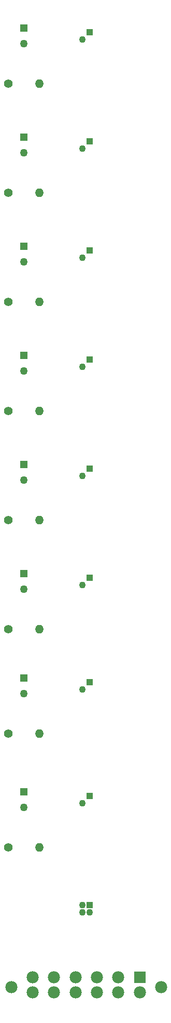
<source format=gts>
%TF.GenerationSoftware,KiCad,Pcbnew,7.0.10*%
%TF.CreationDate,2024-11-26T20:56:08-08:00*%
%TF.ProjectId,Connector_Board,436f6e6e-6563-4746-9f72-5f426f617264,rev?*%
%TF.SameCoordinates,Original*%
%TF.FileFunction,Soldermask,Top*%
%TF.FilePolarity,Negative*%
%FSLAX46Y46*%
G04 Gerber Fmt 4.6, Leading zero omitted, Abs format (unit mm)*
G04 Created by KiCad (PCBNEW 7.0.10) date 2024-11-26 20:56:08*
%MOMM*%
%LPD*%
G01*
G04 APERTURE LIST*
%ADD10R,1.100000X1.100000*%
%ADD11C,1.100000*%
%ADD12C,1.400000*%
%ADD13O,1.400000X1.400000*%
%ADD14R,1.981200X1.981200*%
%ADD15C,1.981200*%
%ADD16R,1.270000X1.270000*%
%ADD17C,1.270000*%
G04 APERTURE END LIST*
D10*
%TO.C,J6*%
X216500000Y-117624900D03*
D11*
X215300000Y-118824900D03*
%TD*%
D10*
%TO.C,J1*%
X216500000Y-28724900D03*
D11*
X215300000Y-29924900D03*
%TD*%
D10*
%TO.C,J7*%
X216500000Y-134652500D03*
D11*
X215300000Y-135852500D03*
%TD*%
D10*
%TO.C,J5*%
X216500000Y-99844900D03*
D11*
X215300000Y-101044900D03*
%TD*%
D10*
%TO.C,J2*%
X216500000Y-46504900D03*
D11*
X215300000Y-47704900D03*
%TD*%
D10*
%TO.C,J4*%
X216500000Y-82064900D03*
D11*
X215300000Y-83264900D03*
%TD*%
D10*
%TO.C,J8*%
X216500000Y-153184900D03*
D11*
X215300000Y-154384900D03*
%TD*%
D10*
%TO.C,J9*%
X216500000Y-170964900D03*
D11*
X216500000Y-172164900D03*
X215300000Y-170964900D03*
X215300000Y-172164900D03*
%TD*%
D10*
%TO.C,J3*%
X216500000Y-64284900D03*
D11*
X215300000Y-65484900D03*
%TD*%
D12*
%TO.C,R60*%
X203200000Y-125981500D03*
D13*
X208280000Y-125981500D03*
%TD*%
D14*
%TO.C,J11*%
X224663000Y-182722400D03*
D15*
X221162997Y-182722400D03*
X217662996Y-182722400D03*
X214162995Y-182722400D03*
X210662995Y-182722400D03*
X207162994Y-182722400D03*
X224663000Y-185222400D03*
X221162997Y-185222400D03*
X217662996Y-185222400D03*
X214162995Y-185222400D03*
X210662995Y-185222400D03*
X207162994Y-185222400D03*
X228162998Y-184322412D03*
X203662996Y-184322412D03*
%TD*%
D12*
%TO.C,R80*%
X203200000Y-161541500D03*
D13*
X208280000Y-161541500D03*
%TD*%
D16*
%TO.C,LED70*%
X205740000Y-133982500D03*
D17*
X205740000Y-136522500D03*
%TD*%
D12*
%TO.C,R50*%
X203200000Y-108201500D03*
D13*
X208280000Y-108201500D03*
%TD*%
D12*
%TO.C,R40*%
X203200000Y-90421500D03*
D13*
X208280000Y-90421500D03*
%TD*%
D12*
%TO.C,R30*%
X203200000Y-72641500D03*
D13*
X208280000Y-72641500D03*
%TD*%
D16*
%TO.C,LED10*%
X205740000Y-28054900D03*
D17*
X205740000Y-30594900D03*
%TD*%
D16*
%TO.C,LED40*%
X205740000Y-81394900D03*
D17*
X205740000Y-83934900D03*
%TD*%
D16*
%TO.C,LED20*%
X205740000Y-45834900D03*
D17*
X205740000Y-48374900D03*
%TD*%
D12*
%TO.C,R20*%
X203200000Y-54861500D03*
D13*
X208280000Y-54861500D03*
%TD*%
D16*
%TO.C,LED30*%
X205740000Y-63614900D03*
D17*
X205740000Y-66154900D03*
%TD*%
D12*
%TO.C,R70*%
X203200000Y-143009100D03*
D13*
X208280000Y-143009100D03*
%TD*%
D16*
%TO.C,LED50*%
X205740000Y-99174900D03*
D17*
X205740000Y-101714900D03*
%TD*%
D12*
%TO.C,R10*%
X203200000Y-37081500D03*
D13*
X208280000Y-37081500D03*
%TD*%
D16*
%TO.C,LED60*%
X205740000Y-116954900D03*
D17*
X205740000Y-119494900D03*
%TD*%
D16*
%TO.C,LED80*%
X205740000Y-152514900D03*
D17*
X205740000Y-155054900D03*
%TD*%
M02*

</source>
